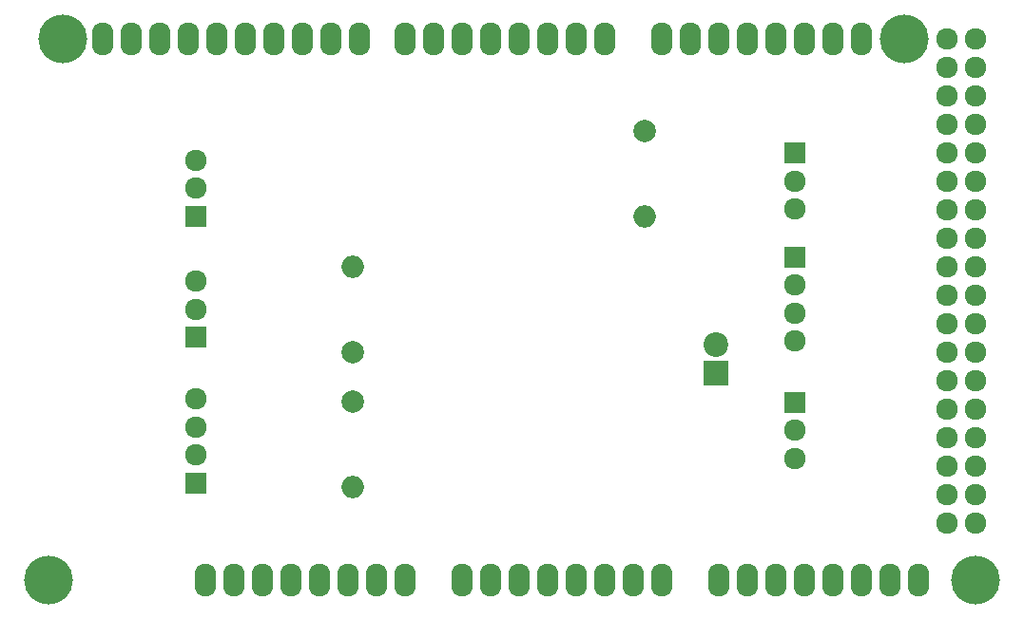
<source format=gbr>
G04 #@! TF.FileFunction,Soldermask,Top*
%FSLAX46Y46*%
G04 Gerber Fmt 4.6, Leading zero omitted, Abs format (unit mm)*
G04 Created by KiCad (PCBNEW 4.0.4-stable) date 2018 February 08, Thursday 23:42:13*
%MOMM*%
%LPD*%
G01*
G04 APERTURE LIST*
%ADD10C,0.100000*%
%ADD11R,2.200000X2.200000*%
%ADD12C,2.200000*%
%ADD13C,1.924000*%
%ADD14R,1.924000X1.924000*%
%ADD15C,2.000000*%
%ADD16O,2.000000X2.000000*%
%ADD17O,1.924000X2.940000*%
%ADD18C,4.337000*%
G04 APERTURE END LIST*
D10*
D11*
X213360000Y-71755000D03*
D12*
X213360000Y-69215000D03*
D13*
X167005000Y-66040000D03*
X167005000Y-63540000D03*
D14*
X167005000Y-68540000D03*
D13*
X167005000Y-55245000D03*
X167005000Y-52745000D03*
D14*
X167005000Y-57745000D03*
D13*
X220345000Y-76835000D03*
X220345000Y-79335000D03*
D14*
X220345000Y-74335000D03*
D13*
X220345000Y-54610000D03*
X220345000Y-57110000D03*
D14*
X220345000Y-52110000D03*
D13*
X167005000Y-79010000D03*
D14*
X167005000Y-81510000D03*
D13*
X167005000Y-76510000D03*
X167005000Y-74010000D03*
X220345000Y-63865000D03*
D14*
X220345000Y-61365000D03*
D13*
X220345000Y-66365000D03*
X220345000Y-68865000D03*
D15*
X207010000Y-50165000D03*
D16*
X207010000Y-57785000D03*
D15*
X180975000Y-74295000D03*
D16*
X180975000Y-81915000D03*
D15*
X180975000Y-69850000D03*
D16*
X180975000Y-62230000D03*
D17*
X167894000Y-90170000D03*
X170434000Y-90170000D03*
X158750000Y-41910000D03*
X161290000Y-41910000D03*
X208534000Y-41910000D03*
X211074000Y-41910000D03*
X213614000Y-41910000D03*
X216154000Y-41910000D03*
X218694000Y-41910000D03*
X221234000Y-41910000D03*
X223774000Y-41910000D03*
X226314000Y-41910000D03*
X231394000Y-90170000D03*
X228854000Y-90170000D03*
X226314000Y-90170000D03*
X223774000Y-90170000D03*
X213614000Y-90170000D03*
X208534000Y-90170000D03*
X205994000Y-90170000D03*
X216154000Y-90170000D03*
X218694000Y-90170000D03*
X221234000Y-90170000D03*
X203454000Y-90170000D03*
X200914000Y-90170000D03*
X198374000Y-90170000D03*
X190754000Y-90170000D03*
X193294000Y-90170000D03*
X195834000Y-90170000D03*
X185674000Y-90170000D03*
X183134000Y-90170000D03*
X180594000Y-90170000D03*
X175514000Y-90170000D03*
X172974000Y-90170000D03*
X203454000Y-41910000D03*
X200914000Y-41910000D03*
X198374000Y-41910000D03*
X195834000Y-41910000D03*
X193294000Y-41910000D03*
X190754000Y-41910000D03*
X188214000Y-41910000D03*
X185674000Y-41910000D03*
X181610000Y-41910000D03*
X179070000Y-41910000D03*
X176530000Y-41910000D03*
X173990000Y-41910000D03*
X171450000Y-41910000D03*
X168910000Y-41910000D03*
X166370000Y-41910000D03*
X163830000Y-41910000D03*
X178054000Y-90170000D03*
D18*
X236474000Y-90170000D03*
X230124000Y-41910000D03*
X155194000Y-41910000D03*
X153924000Y-90170000D03*
D13*
X233934000Y-44450000D03*
X236474000Y-44450000D03*
X233934000Y-46990000D03*
X236474000Y-46990000D03*
X233934000Y-49530000D03*
X236474000Y-49530000D03*
X233934000Y-52070000D03*
X236474000Y-52070000D03*
X233934000Y-41910000D03*
X236474000Y-41910000D03*
X236474000Y-54610000D03*
X233934000Y-54610000D03*
X233934000Y-57150000D03*
X236474000Y-57150000D03*
X233934000Y-59690000D03*
X236474000Y-59690000D03*
X233934000Y-62230000D03*
X236474000Y-62230000D03*
X233934000Y-64770000D03*
X236474000Y-64770000D03*
X233934000Y-67310000D03*
X236474000Y-67310000D03*
X233934000Y-69850000D03*
X236474000Y-69850000D03*
X233934000Y-72390000D03*
X236474000Y-72390000D03*
X233934000Y-74930000D03*
X236474000Y-74930000D03*
X233934000Y-77470000D03*
X236474000Y-77470000D03*
X233934000Y-80010000D03*
X236474000Y-80010000D03*
X233934000Y-82550000D03*
X236474000Y-82550000D03*
X233934000Y-85090000D03*
X236474000Y-85090000D03*
M02*

</source>
